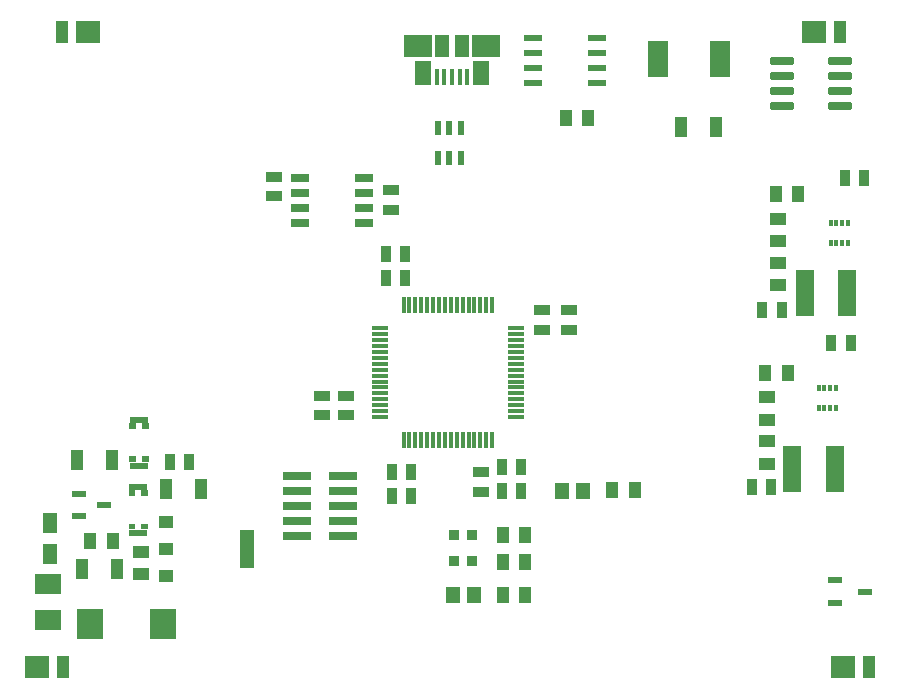
<source format=gtp>
G04*
G04 #@! TF.GenerationSoftware,Altium Limited,Altium Designer,19.1.5 (86)*
G04*
G04 Layer_Color=8421504*
%FSLAX25Y25*%
%MOIN*%
G70*
G01*
G75*
%ADD16R,0.07008X0.12402*%
%ADD17R,0.04724X0.02362*%
%ADD18R,0.09449X0.02992*%
%ADD19R,0.05630X0.03701*%
%ADD20R,0.09055X0.09843*%
%ADD21R,0.08858X0.06890*%
%ADD22R,0.05118X0.07087*%
G04:AMPARAMS|DCode=23|XSize=37.01mil|YSize=69.69mil|CornerRadius=2.59mil|HoleSize=0mil|Usage=FLASHONLY|Rotation=0.000|XOffset=0mil|YOffset=0mil|HoleType=Round|Shape=RoundedRectangle|*
%AMROUNDEDRECTD23*
21,1,0.03701,0.06450,0,0,0.0*
21,1,0.03183,0.06969,0,0,0.0*
1,1,0.00518,0.01591,-0.03225*
1,1,0.00518,-0.01591,-0.03225*
1,1,0.00518,-0.01591,0.03225*
1,1,0.00518,0.01591,0.03225*
%
%ADD23ROUNDEDRECTD23*%
G04:AMPARAMS|DCode=24|XSize=42.91mil|YSize=69.69mil|CornerRadius=3mil|HoleSize=0mil|Usage=FLASHONLY|Rotation=0.000|XOffset=0mil|YOffset=0mil|HoleType=Round|Shape=RoundedRectangle|*
%AMROUNDEDRECTD24*
21,1,0.04291,0.06368,0,0,0.0*
21,1,0.03691,0.06969,0,0,0.0*
1,1,0.00601,0.01845,-0.03184*
1,1,0.00601,-0.01845,-0.03184*
1,1,0.00601,-0.01845,0.03184*
1,1,0.00601,0.01845,0.03184*
%
%ADD24ROUNDEDRECTD24*%
G04:AMPARAMS|DCode=25|XSize=79.92mil|YSize=74.8mil|CornerRadius=3.74mil|HoleSize=0mil|Usage=FLASHONLY|Rotation=0.000|XOffset=0mil|YOffset=0mil|HoleType=Round|Shape=RoundedRectangle|*
%AMROUNDEDRECTD25*
21,1,0.07992,0.06732,0,0,0.0*
21,1,0.07244,0.07480,0,0,0.0*
1,1,0.00748,0.03622,-0.03366*
1,1,0.00748,-0.03622,-0.03366*
1,1,0.00748,-0.03622,0.03366*
1,1,0.00748,0.03622,0.03366*
%
%ADD25ROUNDEDRECTD25*%
G04:AMPARAMS|DCode=26|XSize=38.19mil|YSize=74.8mil|CornerRadius=1.91mil|HoleSize=0mil|Usage=FLASHONLY|Rotation=0.000|XOffset=0mil|YOffset=0mil|HoleType=Round|Shape=RoundedRectangle|*
%AMROUNDEDRECTD26*
21,1,0.03819,0.07098,0,0,0.0*
21,1,0.03437,0.07480,0,0,0.0*
1,1,0.00382,0.01719,-0.03549*
1,1,0.00382,-0.01719,-0.03549*
1,1,0.00382,-0.01719,0.03549*
1,1,0.00382,0.01719,0.03549*
%
%ADD26ROUNDEDRECTD26*%
%ADD27R,0.04921X0.02362*%
%ADD28R,0.06496X0.02362*%
%ADD29R,0.03937X0.05512*%
%ADD30R,0.05512X0.03937*%
%ADD31R,0.04724X0.03937*%
%ADD32R,0.04724X0.12992*%
%ADD33R,0.03701X0.05630*%
%ADD34R,0.04528X0.05709*%
%ADD35R,0.03740X0.03740*%
%ADD36R,0.03819X0.05787*%
%ADD37R,0.05906X0.15748*%
%ADD38R,0.02362X0.04724*%
%ADD39R,0.03937X0.06890*%
G04:AMPARAMS|DCode=40|XSize=77.56mil|YSize=23.62mil|CornerRadius=2.95mil|HoleSize=0mil|Usage=FLASHONLY|Rotation=0.000|XOffset=0mil|YOffset=0mil|HoleType=Round|Shape=RoundedRectangle|*
%AMROUNDEDRECTD40*
21,1,0.07756,0.01772,0,0,0.0*
21,1,0.07165,0.02362,0,0,0.0*
1,1,0.00591,0.03583,-0.00886*
1,1,0.00591,-0.03583,-0.00886*
1,1,0.00591,-0.03583,0.00886*
1,1,0.00591,0.03583,0.00886*
%
%ADD40ROUNDEDRECTD40*%
%ADD41R,0.06102X0.02362*%
%ADD42R,0.09350X0.07480*%
%ADD43R,0.04626X0.07480*%
%ADD44R,0.05807X0.08268*%
%ADD45R,0.01772X0.05433*%
%ADD46R,0.01181X0.01870*%
%ADD47R,0.05807X0.01181*%
%ADD48R,0.01181X0.05807*%
%ADD49R,0.06004X0.02559*%
G36*
X362590Y334237D02*
Y336206D01*
X364853D01*
Y334237D01*
X362590D01*
D02*
G37*
G36*
X369086D02*
X366822D01*
Y336206D01*
X369086D01*
Y334237D01*
D02*
G37*
G36*
X364853Y345261D02*
X362590D01*
Y347229D01*
X364853D01*
Y345261D01*
D02*
G37*
G36*
X366822D02*
Y347229D01*
X369086D01*
Y345261D01*
X366822D01*
D02*
G37*
G36*
X369248Y356596D02*
X366984D01*
Y358565D01*
X369248D01*
Y356596D01*
D02*
G37*
G36*
X365016D02*
X362752D01*
Y358565D01*
X365016D01*
Y356596D01*
D02*
G37*
G36*
Y367620D02*
X362752D01*
Y369589D01*
X365016D01*
Y367620D01*
D02*
G37*
G36*
X366984D02*
Y369589D01*
X369248D01*
Y367620D01*
X366984D01*
D02*
G37*
D16*
X539205Y491000D02*
D03*
X559795D02*
D03*
D17*
X598079Y317240D02*
D03*
Y309760D02*
D03*
X607921Y313500D02*
D03*
D18*
X434177Y332000D02*
D03*
X418823D02*
D03*
X434177Y337000D02*
D03*
X418823D02*
D03*
X434177Y342000D02*
D03*
X418823D02*
D03*
X434177Y347000D02*
D03*
X418823D02*
D03*
X434177Y352000D02*
D03*
X418823D02*
D03*
D19*
X411000Y445272D02*
D03*
Y451728D02*
D03*
X450000Y440772D02*
D03*
Y447228D02*
D03*
X480000Y346772D02*
D03*
Y353228D02*
D03*
X435048Y372272D02*
D03*
Y378728D02*
D03*
X427000Y372272D02*
D03*
Y378728D02*
D03*
X509500Y407228D02*
D03*
Y400772D02*
D03*
X500500Y407228D02*
D03*
Y400772D02*
D03*
D20*
X374205Y302582D02*
D03*
X349795D02*
D03*
D21*
X335679Y315905D02*
D03*
Y304095D02*
D03*
D22*
X336500Y326060D02*
D03*
Y336296D02*
D03*
D23*
X357063Y357500D02*
D03*
X346937Y321000D02*
D03*
X374937Y347655D02*
D03*
D24*
X345232Y357500D02*
D03*
X358768Y321000D02*
D03*
X386768Y347655D02*
D03*
D25*
X600600Y288500D02*
D03*
X332100D02*
D03*
X348900Y500000D02*
D03*
X591100D02*
D03*
D26*
X609269Y288500D02*
D03*
X340769D02*
D03*
X340231Y500000D02*
D03*
X599768D02*
D03*
D27*
X346170Y346093D02*
D03*
Y338573D02*
D03*
X354438Y342333D02*
D03*
D28*
X366000Y355415D02*
D03*
Y370770D02*
D03*
X365838Y333056D02*
D03*
Y348410D02*
D03*
D29*
X357240Y330426D02*
D03*
X349760D02*
D03*
X523760Y347500D02*
D03*
X531240D02*
D03*
X487260Y332500D02*
D03*
X494740D02*
D03*
X487260Y323500D02*
D03*
X494740D02*
D03*
X487260Y312500D02*
D03*
X494740D02*
D03*
X582240Y386500D02*
D03*
X574760D02*
D03*
X585740Y446000D02*
D03*
X578260D02*
D03*
X508260Y471500D02*
D03*
X515740D02*
D03*
D30*
X366836Y319260D02*
D03*
Y326740D02*
D03*
X575500Y370760D02*
D03*
Y378240D02*
D03*
Y356176D02*
D03*
Y363656D02*
D03*
X579000Y430260D02*
D03*
Y437740D02*
D03*
Y415676D02*
D03*
Y423156D02*
D03*
D31*
X375120Y336851D02*
D03*
Y327796D02*
D03*
Y318741D02*
D03*
D32*
X401892Y327796D02*
D03*
D33*
X376272Y356766D02*
D03*
X382728D02*
D03*
X576728Y348500D02*
D03*
X570272D02*
D03*
X573772Y407500D02*
D03*
X580228D02*
D03*
X448272Y426000D02*
D03*
X454728D02*
D03*
X448272Y417952D02*
D03*
X454728D02*
D03*
X493521Y355048D02*
D03*
X487064D02*
D03*
X493521Y347000D02*
D03*
X487064D02*
D03*
X456728Y353548D02*
D03*
X450272D02*
D03*
X456728Y345500D02*
D03*
X450272D02*
D03*
D34*
X514196Y347000D02*
D03*
X507109D02*
D03*
X477696Y312500D02*
D03*
X470609D02*
D03*
D35*
X471047Y332500D02*
D03*
X476953D02*
D03*
X471047Y323737D02*
D03*
X476953D02*
D03*
D36*
X603268Y396500D02*
D03*
X596732D02*
D03*
X601232Y451500D02*
D03*
X607768D02*
D03*
D37*
X602173Y413000D02*
D03*
X588000D02*
D03*
X583827Y354500D02*
D03*
X598000D02*
D03*
D38*
X473240Y458079D02*
D03*
X469500D02*
D03*
X465760D02*
D03*
Y467921D02*
D03*
X469500D02*
D03*
X473240D02*
D03*
D39*
X546594Y468500D02*
D03*
X558405D02*
D03*
D40*
X599744Y490500D02*
D03*
Y485500D02*
D03*
Y480500D02*
D03*
Y475500D02*
D03*
X580256D02*
D03*
Y480500D02*
D03*
Y485500D02*
D03*
Y490500D02*
D03*
D41*
X518630Y483000D02*
D03*
Y488000D02*
D03*
Y493000D02*
D03*
Y498000D02*
D03*
X497370D02*
D03*
Y493000D02*
D03*
Y488000D02*
D03*
Y483000D02*
D03*
D42*
X458933Y495535D02*
D03*
X481867D02*
D03*
D43*
X467103D02*
D03*
X473697D02*
D03*
D44*
X480056Y486480D02*
D03*
X460744D02*
D03*
D45*
X465282Y485063D02*
D03*
X467841D02*
D03*
X470400D02*
D03*
X472959D02*
D03*
X475518D02*
D03*
D46*
X592547Y381299D02*
D03*
X594516D02*
D03*
X596484D02*
D03*
X598453D02*
D03*
Y374701D02*
D03*
X596484D02*
D03*
X594516D02*
D03*
X592547D02*
D03*
X596547Y436299D02*
D03*
X598516D02*
D03*
X600484D02*
D03*
X602453D02*
D03*
Y429701D02*
D03*
X600484D02*
D03*
X598516D02*
D03*
X596547D02*
D03*
D47*
X446410Y401264D02*
D03*
Y399295D02*
D03*
Y397327D02*
D03*
Y395358D02*
D03*
Y393390D02*
D03*
Y391421D02*
D03*
Y389453D02*
D03*
Y387484D02*
D03*
Y385516D02*
D03*
Y383547D02*
D03*
Y381579D02*
D03*
Y379610D02*
D03*
Y377642D02*
D03*
Y375673D02*
D03*
Y373705D02*
D03*
Y371736D02*
D03*
X491590D02*
D03*
Y373705D02*
D03*
Y375673D02*
D03*
Y377642D02*
D03*
Y379610D02*
D03*
Y381579D02*
D03*
Y383547D02*
D03*
Y385516D02*
D03*
Y387484D02*
D03*
Y389453D02*
D03*
Y391421D02*
D03*
Y393390D02*
D03*
Y395358D02*
D03*
Y397327D02*
D03*
Y399295D02*
D03*
Y401264D02*
D03*
D48*
X454236Y363910D02*
D03*
X456205D02*
D03*
X458173D02*
D03*
X460142D02*
D03*
X462110D02*
D03*
X464079D02*
D03*
X466047D02*
D03*
X468016D02*
D03*
X469984D02*
D03*
X471953D02*
D03*
X473921D02*
D03*
X475890D02*
D03*
X477858D02*
D03*
X479827D02*
D03*
X481795D02*
D03*
X483764D02*
D03*
Y409091D02*
D03*
X481795D02*
D03*
X479827D02*
D03*
X477858D02*
D03*
X475890D02*
D03*
X473921D02*
D03*
X471953D02*
D03*
X469984D02*
D03*
X468016D02*
D03*
X466047D02*
D03*
X464079D02*
D03*
X462110D02*
D03*
X460142D02*
D03*
X458173D02*
D03*
X456205D02*
D03*
X454236D02*
D03*
D49*
X441177Y436500D02*
D03*
Y441500D02*
D03*
Y446500D02*
D03*
Y451500D02*
D03*
X419823D02*
D03*
Y446500D02*
D03*
Y441500D02*
D03*
Y436500D02*
D03*
M02*

</source>
